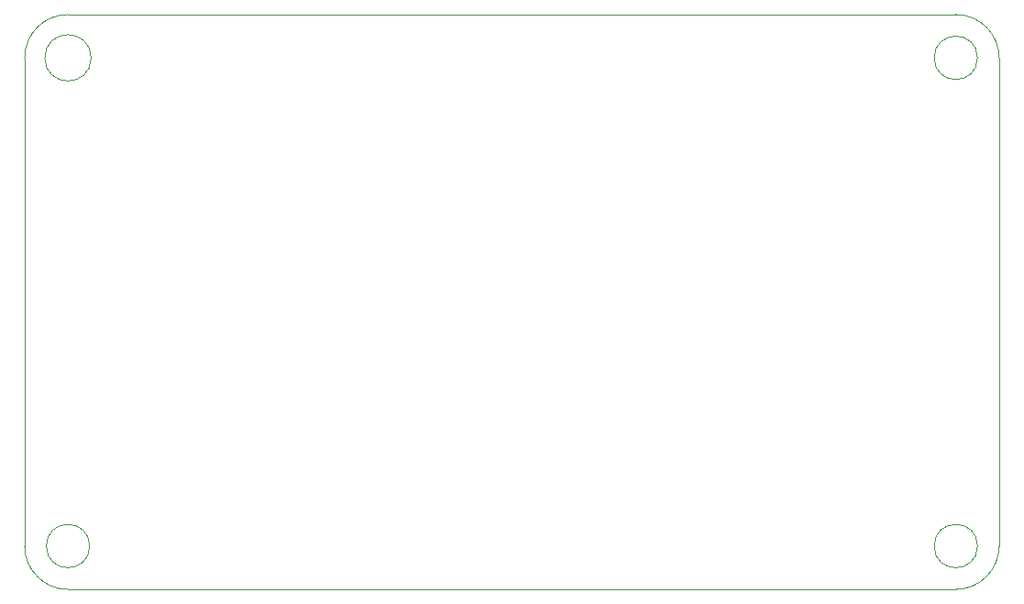
<source format=gbr>
%TF.GenerationSoftware,KiCad,Pcbnew,9.0.3*%
%TF.CreationDate,2025-07-23T14:16:35+06:00*%
%TF.ProjectId,LFRCircuit,4c465243-6972-4637-9569-742e6b696361,rev?*%
%TF.SameCoordinates,Original*%
%TF.FileFunction,Profile,NP*%
%FSLAX46Y46*%
G04 Gerber Fmt 4.6, Leading zero omitted, Abs format (unit mm)*
G04 Created by KiCad (PCBNEW 9.0.3) date 2025-07-23 14:16:35*
%MOMM*%
%LPD*%
G01*
G04 APERTURE LIST*
%TA.AperFunction,Profile*%
%ADD10C,0.050000*%
%TD*%
G04 APERTURE END LIST*
D10*
X211500000Y-74500000D02*
G75*
G02*
X215500000Y-78500000I0J-4000000D01*
G01*
X129500000Y-127600000D02*
G75*
G02*
X125500000Y-123600000I0J4000000D01*
G01*
X213500000Y-78500000D02*
G75*
G02*
X209500000Y-78500000I-2000000J0D01*
G01*
X209500000Y-78500000D02*
G75*
G02*
X213500000Y-78500000I2000000J0D01*
G01*
X215500000Y-78500000D02*
X215500000Y-123600000D01*
X215500000Y-123600000D02*
G75*
G02*
X211500000Y-127600000I-4000000J0D01*
G01*
X131636001Y-78500000D02*
G75*
G02*
X127363999Y-78500000I-2136001J0D01*
G01*
X127363999Y-78500000D02*
G75*
G02*
X131636001Y-78500000I2136001J0D01*
G01*
X211500000Y-127600000D02*
X129500000Y-127600000D01*
X213500000Y-123600000D02*
G75*
G02*
X209500000Y-123600000I-2000000J0D01*
G01*
X209500000Y-123600000D02*
G75*
G02*
X213500000Y-123600000I2000000J0D01*
G01*
X129500000Y-74500000D02*
X211500000Y-74500000D01*
X125500000Y-123600000D02*
X125500000Y-78500000D01*
X125500000Y-78500000D02*
G75*
G02*
X129500000Y-74500000I4000000J0D01*
G01*
X131500000Y-123600000D02*
G75*
G02*
X127500000Y-123600000I-2000000J0D01*
G01*
X127500000Y-123600000D02*
G75*
G02*
X131500000Y-123600000I2000000J0D01*
G01*
M02*

</source>
